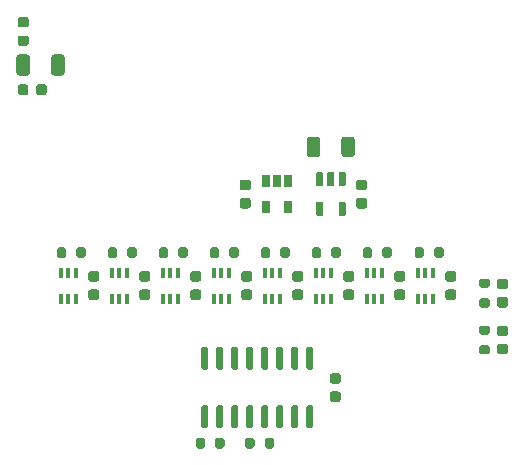
<source format=gbr>
%TF.GenerationSoftware,KiCad,Pcbnew,(5.1.10)-1*%
%TF.CreationDate,2022-11-08T16:30:58-06:00*%
%TF.ProjectId,curve_tracer,63757276-655f-4747-9261-6365722e6b69,B*%
%TF.SameCoordinates,Original*%
%TF.FileFunction,Paste,Top*%
%TF.FilePolarity,Positive*%
%FSLAX46Y46*%
G04 Gerber Fmt 4.6, Leading zero omitted, Abs format (unit mm)*
G04 Created by KiCad (PCBNEW (5.1.10)-1) date 2022-11-08 16:30:58*
%MOMM*%
%LPD*%
G01*
G04 APERTURE LIST*
%ADD10R,0.650000X1.060000*%
%ADD11R,0.355600X0.876300*%
G04 APERTURE END LIST*
D10*
%TO.C,U2*%
X152016500Y-103716000D03*
X150116500Y-103716000D03*
X150116500Y-101516000D03*
X151066500Y-101516000D03*
X152016500Y-101516000D03*
%TD*%
%TO.C,U1*%
G36*
G01*
X156382000Y-103266000D02*
X156795000Y-103266000D01*
G75*
G02*
X156883500Y-103354500I0J-88500D01*
G01*
X156883500Y-104387500D01*
G75*
G02*
X156795000Y-104476000I-88500J0D01*
G01*
X156382000Y-104476000D01*
G75*
G02*
X156293500Y-104387500I0J88500D01*
G01*
X156293500Y-103354500D01*
G75*
G02*
X156382000Y-103266000I88500J0D01*
G01*
G37*
G36*
G01*
X154482000Y-103266000D02*
X154895000Y-103266000D01*
G75*
G02*
X154983500Y-103354500I0J-88500D01*
G01*
X154983500Y-104387500D01*
G75*
G02*
X154895000Y-104476000I-88500J0D01*
G01*
X154482000Y-104476000D01*
G75*
G02*
X154393500Y-104387500I0J88500D01*
G01*
X154393500Y-103354500D01*
G75*
G02*
X154482000Y-103266000I88500J0D01*
G01*
G37*
G36*
G01*
X154482000Y-100756000D02*
X154895000Y-100756000D01*
G75*
G02*
X154983500Y-100844500I0J-88500D01*
G01*
X154983500Y-101877500D01*
G75*
G02*
X154895000Y-101966000I-88500J0D01*
G01*
X154482000Y-101966000D01*
G75*
G02*
X154393500Y-101877500I0J88500D01*
G01*
X154393500Y-100844500D01*
G75*
G02*
X154482000Y-100756000I88500J0D01*
G01*
G37*
G36*
G01*
X155432000Y-100756000D02*
X155845000Y-100756000D01*
G75*
G02*
X155933500Y-100844500I0J-88500D01*
G01*
X155933500Y-101877500D01*
G75*
G02*
X155845000Y-101966000I-88500J0D01*
G01*
X155432000Y-101966000D01*
G75*
G02*
X155343500Y-101877500I0J88500D01*
G01*
X155343500Y-100844500D01*
G75*
G02*
X155432000Y-100756000I88500J0D01*
G01*
G37*
G36*
G01*
X156382000Y-100756000D02*
X156795000Y-100756000D01*
G75*
G02*
X156883500Y-100844500I0J-88500D01*
G01*
X156883500Y-101877500D01*
G75*
G02*
X156795000Y-101966000I-88500J0D01*
G01*
X156382000Y-101966000D01*
G75*
G02*
X156293500Y-101877500I0J88500D01*
G01*
X156293500Y-100844500D01*
G75*
G02*
X156382000Y-100756000I88500J0D01*
G01*
G37*
%TD*%
%TO.C,R20*%
G36*
G01*
X168381000Y-111422001D02*
X168931000Y-111422001D01*
G75*
G02*
X169131000Y-111622001I0J-200000D01*
G01*
X169131000Y-112022001D01*
G75*
G02*
X168931000Y-112222001I-200000J0D01*
G01*
X168381000Y-112222001D01*
G75*
G02*
X168181000Y-112022001I0J200000D01*
G01*
X168181000Y-111622001D01*
G75*
G02*
X168381000Y-111422001I200000J0D01*
G01*
G37*
G36*
G01*
X168381000Y-109772001D02*
X168931000Y-109772001D01*
G75*
G02*
X169131000Y-109972001I0J-200000D01*
G01*
X169131000Y-110372001D01*
G75*
G02*
X168931000Y-110572001I-200000J0D01*
G01*
X168381000Y-110572001D01*
G75*
G02*
X168181000Y-110372001I0J200000D01*
G01*
X168181000Y-109972001D01*
G75*
G02*
X168381000Y-109772001I200000J0D01*
G01*
G37*
%TD*%
%TO.C,R19*%
G36*
G01*
X168931000Y-114541999D02*
X168381000Y-114541999D01*
G75*
G02*
X168181000Y-114341999I0J200000D01*
G01*
X168181000Y-113941999D01*
G75*
G02*
X168381000Y-113741999I200000J0D01*
G01*
X168931000Y-113741999D01*
G75*
G02*
X169131000Y-113941999I0J-200000D01*
G01*
X169131000Y-114341999D01*
G75*
G02*
X168931000Y-114541999I-200000J0D01*
G01*
G37*
G36*
G01*
X168931000Y-116191999D02*
X168381000Y-116191999D01*
G75*
G02*
X168181000Y-115991999I0J200000D01*
G01*
X168181000Y-115591999D01*
G75*
G02*
X168381000Y-115391999I200000J0D01*
G01*
X168931000Y-115391999D01*
G75*
G02*
X169131000Y-115591999I0J-200000D01*
G01*
X169131000Y-115991999D01*
G75*
G02*
X168931000Y-116191999I-200000J0D01*
G01*
G37*
%TD*%
%TO.C,R1*%
G36*
G01*
X156538500Y-99240501D02*
X156538500Y-97990499D01*
G75*
G02*
X156788499Y-97740500I249999J0D01*
G01*
X157413501Y-97740500D01*
G75*
G02*
X157663500Y-97990499I0J-249999D01*
G01*
X157663500Y-99240501D01*
G75*
G02*
X157413501Y-99490500I-249999J0D01*
G01*
X156788499Y-99490500D01*
G75*
G02*
X156538500Y-99240501I0J249999D01*
G01*
G37*
G36*
G01*
X153613500Y-99240501D02*
X153613500Y-97990499D01*
G75*
G02*
X153863499Y-97740500I249999J0D01*
G01*
X154488501Y-97740500D01*
G75*
G02*
X154738500Y-97990499I0J-249999D01*
G01*
X154738500Y-99240501D01*
G75*
G02*
X154488501Y-99490500I-249999J0D01*
G01*
X153863499Y-99490500D01*
G75*
G02*
X153613500Y-99240501I0J249999D01*
G01*
G37*
%TD*%
%TO.C,FB1*%
G36*
G01*
X129347250Y-89186500D02*
X129859750Y-89186500D01*
G75*
G02*
X130078500Y-89405250I0J-218750D01*
G01*
X130078500Y-89842750D01*
G75*
G02*
X129859750Y-90061500I-218750J0D01*
G01*
X129347250Y-90061500D01*
G75*
G02*
X129128500Y-89842750I0J218750D01*
G01*
X129128500Y-89405250D01*
G75*
G02*
X129347250Y-89186500I218750J0D01*
G01*
G37*
G36*
G01*
X129347250Y-87611500D02*
X129859750Y-87611500D01*
G75*
G02*
X130078500Y-87830250I0J-218750D01*
G01*
X130078500Y-88267750D01*
G75*
G02*
X129859750Y-88486500I-218750J0D01*
G01*
X129347250Y-88486500D01*
G75*
G02*
X129128500Y-88267750I0J218750D01*
G01*
X129128500Y-87830250D01*
G75*
G02*
X129347250Y-87611500I218750J0D01*
G01*
G37*
%TD*%
%TO.C,C18*%
G36*
G01*
X170430000Y-110672001D02*
X169930000Y-110672001D01*
G75*
G02*
X169705000Y-110447001I0J225000D01*
G01*
X169705000Y-109997001D01*
G75*
G02*
X169930000Y-109772001I225000J0D01*
G01*
X170430000Y-109772001D01*
G75*
G02*
X170655000Y-109997001I0J-225000D01*
G01*
X170655000Y-110447001D01*
G75*
G02*
X170430000Y-110672001I-225000J0D01*
G01*
G37*
G36*
G01*
X170430000Y-112222001D02*
X169930000Y-112222001D01*
G75*
G02*
X169705000Y-111997001I0J225000D01*
G01*
X169705000Y-111547001D01*
G75*
G02*
X169930000Y-111322001I225000J0D01*
G01*
X170430000Y-111322001D01*
G75*
G02*
X170655000Y-111547001I0J-225000D01*
G01*
X170655000Y-111997001D01*
G75*
G02*
X170430000Y-112222001I-225000J0D01*
G01*
G37*
%TD*%
%TO.C,C17*%
G36*
G01*
X169930000Y-115291999D02*
X170430000Y-115291999D01*
G75*
G02*
X170655000Y-115516999I0J-225000D01*
G01*
X170655000Y-115966999D01*
G75*
G02*
X170430000Y-116191999I-225000J0D01*
G01*
X169930000Y-116191999D01*
G75*
G02*
X169705000Y-115966999I0J225000D01*
G01*
X169705000Y-115516999D01*
G75*
G02*
X169930000Y-115291999I225000J0D01*
G01*
G37*
G36*
G01*
X169930000Y-113741999D02*
X170430000Y-113741999D01*
G75*
G02*
X170655000Y-113966999I0J-225000D01*
G01*
X170655000Y-114416999D01*
G75*
G02*
X170430000Y-114641999I-225000J0D01*
G01*
X169930000Y-114641999D01*
G75*
G02*
X169705000Y-114416999I0J225000D01*
G01*
X169705000Y-113966999D01*
G75*
G02*
X169930000Y-113741999I225000J0D01*
G01*
G37*
%TD*%
%TO.C,C16*%
G36*
G01*
X158492000Y-102291000D02*
X157992000Y-102291000D01*
G75*
G02*
X157767000Y-102066000I0J225000D01*
G01*
X157767000Y-101616000D01*
G75*
G02*
X157992000Y-101391000I225000J0D01*
G01*
X158492000Y-101391000D01*
G75*
G02*
X158717000Y-101616000I0J-225000D01*
G01*
X158717000Y-102066000D01*
G75*
G02*
X158492000Y-102291000I-225000J0D01*
G01*
G37*
G36*
G01*
X158492000Y-103841000D02*
X157992000Y-103841000D01*
G75*
G02*
X157767000Y-103616000I0J225000D01*
G01*
X157767000Y-103166000D01*
G75*
G02*
X157992000Y-102941000I225000J0D01*
G01*
X158492000Y-102941000D01*
G75*
G02*
X158717000Y-103166000I0J-225000D01*
G01*
X158717000Y-103616000D01*
G75*
G02*
X158492000Y-103841000I-225000J0D01*
G01*
G37*
%TD*%
%TO.C,C15*%
G36*
G01*
X148149500Y-102941000D02*
X148649500Y-102941000D01*
G75*
G02*
X148874500Y-103166000I0J-225000D01*
G01*
X148874500Y-103616000D01*
G75*
G02*
X148649500Y-103841000I-225000J0D01*
G01*
X148149500Y-103841000D01*
G75*
G02*
X147924500Y-103616000I0J225000D01*
G01*
X147924500Y-103166000D01*
G75*
G02*
X148149500Y-102941000I225000J0D01*
G01*
G37*
G36*
G01*
X148149500Y-101391000D02*
X148649500Y-101391000D01*
G75*
G02*
X148874500Y-101616000I0J-225000D01*
G01*
X148874500Y-102066000D01*
G75*
G02*
X148649500Y-102291000I-225000J0D01*
G01*
X148149500Y-102291000D01*
G75*
G02*
X147924500Y-102066000I0J225000D01*
G01*
X147924500Y-101616000D01*
G75*
G02*
X148149500Y-101391000I225000J0D01*
G01*
G37*
%TD*%
%TO.C,C4*%
G36*
G01*
X131964000Y-92344001D02*
X131964000Y-91043999D01*
G75*
G02*
X132213999Y-90794000I249999J0D01*
G01*
X132864001Y-90794000D01*
G75*
G02*
X133114000Y-91043999I0J-249999D01*
G01*
X133114000Y-92344001D01*
G75*
G02*
X132864001Y-92594000I-249999J0D01*
G01*
X132213999Y-92594000D01*
G75*
G02*
X131964000Y-92344001I0J249999D01*
G01*
G37*
G36*
G01*
X129014000Y-92344001D02*
X129014000Y-91043999D01*
G75*
G02*
X129263999Y-90794000I249999J0D01*
G01*
X129914001Y-90794000D01*
G75*
G02*
X130164000Y-91043999I0J-249999D01*
G01*
X130164000Y-92344001D01*
G75*
G02*
X129914001Y-92594000I-249999J0D01*
G01*
X129263999Y-92594000D01*
G75*
G02*
X129014000Y-92344001I0J249999D01*
G01*
G37*
%TD*%
%TO.C,C3*%
G36*
G01*
X130690500Y-94039500D02*
X130690500Y-93539500D01*
G75*
G02*
X130915500Y-93314500I225000J0D01*
G01*
X131365500Y-93314500D01*
G75*
G02*
X131590500Y-93539500I0J-225000D01*
G01*
X131590500Y-94039500D01*
G75*
G02*
X131365500Y-94264500I-225000J0D01*
G01*
X130915500Y-94264500D01*
G75*
G02*
X130690500Y-94039500I0J225000D01*
G01*
G37*
G36*
G01*
X129140500Y-94039500D02*
X129140500Y-93539500D01*
G75*
G02*
X129365500Y-93314500I225000J0D01*
G01*
X129815500Y-93314500D01*
G75*
G02*
X130040500Y-93539500I0J-225000D01*
G01*
X130040500Y-94039500D01*
G75*
G02*
X129815500Y-94264500I-225000J0D01*
G01*
X129365500Y-94264500D01*
G75*
G02*
X129140500Y-94039500I0J225000D01*
G01*
G37*
%TD*%
D11*
%TO.C,U13*%
X134063499Y-109251750D03*
X133413500Y-109251750D03*
X132763501Y-109251750D03*
X132763501Y-111474250D03*
X133413500Y-111474250D03*
X134063499Y-111474250D03*
%TD*%
%TO.C,U12*%
X138381499Y-109251750D03*
X137731500Y-109251750D03*
X137081501Y-109251750D03*
X137081501Y-111474250D03*
X137731500Y-111474250D03*
X138381499Y-111474250D03*
%TD*%
%TO.C,U11*%
X142699499Y-109251750D03*
X142049500Y-109251750D03*
X141399501Y-109251750D03*
X141399501Y-111474250D03*
X142049500Y-111474250D03*
X142699499Y-111474250D03*
%TD*%
%TO.C,U10*%
X147017499Y-109251750D03*
X146367500Y-109251750D03*
X145717501Y-109251750D03*
X145717501Y-111474250D03*
X146367500Y-111474250D03*
X147017499Y-111474250D03*
%TD*%
%TO.C,U9*%
X151335499Y-109251750D03*
X150685500Y-109251750D03*
X150035501Y-109251750D03*
X150035501Y-111474250D03*
X150685500Y-111474250D03*
X151335499Y-111474250D03*
%TD*%
%TO.C,U8*%
X155653499Y-109251750D03*
X155003500Y-109251750D03*
X154353501Y-109251750D03*
X154353501Y-111474250D03*
X155003500Y-111474250D03*
X155653499Y-111474250D03*
%TD*%
%TO.C,U7*%
X159971499Y-109251750D03*
X159321500Y-109251750D03*
X158671501Y-109251750D03*
X158671501Y-111474250D03*
X159321500Y-111474250D03*
X159971499Y-111474250D03*
%TD*%
%TO.C,U6*%
X164289499Y-109251750D03*
X163639500Y-109251750D03*
X162989501Y-109251750D03*
X162989501Y-111474250D03*
X163639500Y-111474250D03*
X164289499Y-111474250D03*
%TD*%
%TO.C,U5*%
G36*
G01*
X153710500Y-120499000D02*
X154010500Y-120499000D01*
G75*
G02*
X154160500Y-120649000I0J-150000D01*
G01*
X154160500Y-122299000D01*
G75*
G02*
X154010500Y-122449000I-150000J0D01*
G01*
X153710500Y-122449000D01*
G75*
G02*
X153560500Y-122299000I0J150000D01*
G01*
X153560500Y-120649000D01*
G75*
G02*
X153710500Y-120499000I150000J0D01*
G01*
G37*
G36*
G01*
X152440500Y-120499000D02*
X152740500Y-120499000D01*
G75*
G02*
X152890500Y-120649000I0J-150000D01*
G01*
X152890500Y-122299000D01*
G75*
G02*
X152740500Y-122449000I-150000J0D01*
G01*
X152440500Y-122449000D01*
G75*
G02*
X152290500Y-122299000I0J150000D01*
G01*
X152290500Y-120649000D01*
G75*
G02*
X152440500Y-120499000I150000J0D01*
G01*
G37*
G36*
G01*
X151170500Y-120499000D02*
X151470500Y-120499000D01*
G75*
G02*
X151620500Y-120649000I0J-150000D01*
G01*
X151620500Y-122299000D01*
G75*
G02*
X151470500Y-122449000I-150000J0D01*
G01*
X151170500Y-122449000D01*
G75*
G02*
X151020500Y-122299000I0J150000D01*
G01*
X151020500Y-120649000D01*
G75*
G02*
X151170500Y-120499000I150000J0D01*
G01*
G37*
G36*
G01*
X149900500Y-120499000D02*
X150200500Y-120499000D01*
G75*
G02*
X150350500Y-120649000I0J-150000D01*
G01*
X150350500Y-122299000D01*
G75*
G02*
X150200500Y-122449000I-150000J0D01*
G01*
X149900500Y-122449000D01*
G75*
G02*
X149750500Y-122299000I0J150000D01*
G01*
X149750500Y-120649000D01*
G75*
G02*
X149900500Y-120499000I150000J0D01*
G01*
G37*
G36*
G01*
X148630500Y-120499000D02*
X148930500Y-120499000D01*
G75*
G02*
X149080500Y-120649000I0J-150000D01*
G01*
X149080500Y-122299000D01*
G75*
G02*
X148930500Y-122449000I-150000J0D01*
G01*
X148630500Y-122449000D01*
G75*
G02*
X148480500Y-122299000I0J150000D01*
G01*
X148480500Y-120649000D01*
G75*
G02*
X148630500Y-120499000I150000J0D01*
G01*
G37*
G36*
G01*
X147360500Y-120499000D02*
X147660500Y-120499000D01*
G75*
G02*
X147810500Y-120649000I0J-150000D01*
G01*
X147810500Y-122299000D01*
G75*
G02*
X147660500Y-122449000I-150000J0D01*
G01*
X147360500Y-122449000D01*
G75*
G02*
X147210500Y-122299000I0J150000D01*
G01*
X147210500Y-120649000D01*
G75*
G02*
X147360500Y-120499000I150000J0D01*
G01*
G37*
G36*
G01*
X146090500Y-120499000D02*
X146390500Y-120499000D01*
G75*
G02*
X146540500Y-120649000I0J-150000D01*
G01*
X146540500Y-122299000D01*
G75*
G02*
X146390500Y-122449000I-150000J0D01*
G01*
X146090500Y-122449000D01*
G75*
G02*
X145940500Y-122299000I0J150000D01*
G01*
X145940500Y-120649000D01*
G75*
G02*
X146090500Y-120499000I150000J0D01*
G01*
G37*
G36*
G01*
X144820500Y-120499000D02*
X145120500Y-120499000D01*
G75*
G02*
X145270500Y-120649000I0J-150000D01*
G01*
X145270500Y-122299000D01*
G75*
G02*
X145120500Y-122449000I-150000J0D01*
G01*
X144820500Y-122449000D01*
G75*
G02*
X144670500Y-122299000I0J150000D01*
G01*
X144670500Y-120649000D01*
G75*
G02*
X144820500Y-120499000I150000J0D01*
G01*
G37*
G36*
G01*
X144820500Y-115549000D02*
X145120500Y-115549000D01*
G75*
G02*
X145270500Y-115699000I0J-150000D01*
G01*
X145270500Y-117349000D01*
G75*
G02*
X145120500Y-117499000I-150000J0D01*
G01*
X144820500Y-117499000D01*
G75*
G02*
X144670500Y-117349000I0J150000D01*
G01*
X144670500Y-115699000D01*
G75*
G02*
X144820500Y-115549000I150000J0D01*
G01*
G37*
G36*
G01*
X146090500Y-115549000D02*
X146390500Y-115549000D01*
G75*
G02*
X146540500Y-115699000I0J-150000D01*
G01*
X146540500Y-117349000D01*
G75*
G02*
X146390500Y-117499000I-150000J0D01*
G01*
X146090500Y-117499000D01*
G75*
G02*
X145940500Y-117349000I0J150000D01*
G01*
X145940500Y-115699000D01*
G75*
G02*
X146090500Y-115549000I150000J0D01*
G01*
G37*
G36*
G01*
X147360500Y-115549000D02*
X147660500Y-115549000D01*
G75*
G02*
X147810500Y-115699000I0J-150000D01*
G01*
X147810500Y-117349000D01*
G75*
G02*
X147660500Y-117499000I-150000J0D01*
G01*
X147360500Y-117499000D01*
G75*
G02*
X147210500Y-117349000I0J150000D01*
G01*
X147210500Y-115699000D01*
G75*
G02*
X147360500Y-115549000I150000J0D01*
G01*
G37*
G36*
G01*
X148630500Y-115549000D02*
X148930500Y-115549000D01*
G75*
G02*
X149080500Y-115699000I0J-150000D01*
G01*
X149080500Y-117349000D01*
G75*
G02*
X148930500Y-117499000I-150000J0D01*
G01*
X148630500Y-117499000D01*
G75*
G02*
X148480500Y-117349000I0J150000D01*
G01*
X148480500Y-115699000D01*
G75*
G02*
X148630500Y-115549000I150000J0D01*
G01*
G37*
G36*
G01*
X149900500Y-115549000D02*
X150200500Y-115549000D01*
G75*
G02*
X150350500Y-115699000I0J-150000D01*
G01*
X150350500Y-117349000D01*
G75*
G02*
X150200500Y-117499000I-150000J0D01*
G01*
X149900500Y-117499000D01*
G75*
G02*
X149750500Y-117349000I0J150000D01*
G01*
X149750500Y-115699000D01*
G75*
G02*
X149900500Y-115549000I150000J0D01*
G01*
G37*
G36*
G01*
X151170500Y-115549000D02*
X151470500Y-115549000D01*
G75*
G02*
X151620500Y-115699000I0J-150000D01*
G01*
X151620500Y-117349000D01*
G75*
G02*
X151470500Y-117499000I-150000J0D01*
G01*
X151170500Y-117499000D01*
G75*
G02*
X151020500Y-117349000I0J150000D01*
G01*
X151020500Y-115699000D01*
G75*
G02*
X151170500Y-115549000I150000J0D01*
G01*
G37*
G36*
G01*
X152440500Y-115549000D02*
X152740500Y-115549000D01*
G75*
G02*
X152890500Y-115699000I0J-150000D01*
G01*
X152890500Y-117349000D01*
G75*
G02*
X152740500Y-117499000I-150000J0D01*
G01*
X152440500Y-117499000D01*
G75*
G02*
X152290500Y-117349000I0J150000D01*
G01*
X152290500Y-115699000D01*
G75*
G02*
X152440500Y-115549000I150000J0D01*
G01*
G37*
G36*
G01*
X153710500Y-115549000D02*
X154010500Y-115549000D01*
G75*
G02*
X154160500Y-115699000I0J-150000D01*
G01*
X154160500Y-117349000D01*
G75*
G02*
X154010500Y-117499000I-150000J0D01*
G01*
X153710500Y-117499000D01*
G75*
G02*
X153560500Y-117349000I0J150000D01*
G01*
X153560500Y-115699000D01*
G75*
G02*
X153710500Y-115549000I150000J0D01*
G01*
G37*
%TD*%
%TO.C,R18*%
G36*
G01*
X134092500Y-107844000D02*
X134092500Y-107294000D01*
G75*
G02*
X134292500Y-107094000I200000J0D01*
G01*
X134692500Y-107094000D01*
G75*
G02*
X134892500Y-107294000I0J-200000D01*
G01*
X134892500Y-107844000D01*
G75*
G02*
X134692500Y-108044000I-200000J0D01*
G01*
X134292500Y-108044000D01*
G75*
G02*
X134092500Y-107844000I0J200000D01*
G01*
G37*
G36*
G01*
X132442500Y-107844000D02*
X132442500Y-107294000D01*
G75*
G02*
X132642500Y-107094000I200000J0D01*
G01*
X133042500Y-107094000D01*
G75*
G02*
X133242500Y-107294000I0J-200000D01*
G01*
X133242500Y-107844000D01*
G75*
G02*
X133042500Y-108044000I-200000J0D01*
G01*
X132642500Y-108044000D01*
G75*
G02*
X132442500Y-107844000I0J200000D01*
G01*
G37*
%TD*%
%TO.C,R17*%
G36*
G01*
X138410500Y-107844000D02*
X138410500Y-107294000D01*
G75*
G02*
X138610500Y-107094000I200000J0D01*
G01*
X139010500Y-107094000D01*
G75*
G02*
X139210500Y-107294000I0J-200000D01*
G01*
X139210500Y-107844000D01*
G75*
G02*
X139010500Y-108044000I-200000J0D01*
G01*
X138610500Y-108044000D01*
G75*
G02*
X138410500Y-107844000I0J200000D01*
G01*
G37*
G36*
G01*
X136760500Y-107844000D02*
X136760500Y-107294000D01*
G75*
G02*
X136960500Y-107094000I200000J0D01*
G01*
X137360500Y-107094000D01*
G75*
G02*
X137560500Y-107294000I0J-200000D01*
G01*
X137560500Y-107844000D01*
G75*
G02*
X137360500Y-108044000I-200000J0D01*
G01*
X136960500Y-108044000D01*
G75*
G02*
X136760500Y-107844000I0J200000D01*
G01*
G37*
%TD*%
%TO.C,R16*%
G36*
G01*
X142728500Y-107844000D02*
X142728500Y-107294000D01*
G75*
G02*
X142928500Y-107094000I200000J0D01*
G01*
X143328500Y-107094000D01*
G75*
G02*
X143528500Y-107294000I0J-200000D01*
G01*
X143528500Y-107844000D01*
G75*
G02*
X143328500Y-108044000I-200000J0D01*
G01*
X142928500Y-108044000D01*
G75*
G02*
X142728500Y-107844000I0J200000D01*
G01*
G37*
G36*
G01*
X141078500Y-107844000D02*
X141078500Y-107294000D01*
G75*
G02*
X141278500Y-107094000I200000J0D01*
G01*
X141678500Y-107094000D01*
G75*
G02*
X141878500Y-107294000I0J-200000D01*
G01*
X141878500Y-107844000D01*
G75*
G02*
X141678500Y-108044000I-200000J0D01*
G01*
X141278500Y-108044000D01*
G75*
G02*
X141078500Y-107844000I0J200000D01*
G01*
G37*
%TD*%
%TO.C,R15*%
G36*
G01*
X147046500Y-107844000D02*
X147046500Y-107294000D01*
G75*
G02*
X147246500Y-107094000I200000J0D01*
G01*
X147646500Y-107094000D01*
G75*
G02*
X147846500Y-107294000I0J-200000D01*
G01*
X147846500Y-107844000D01*
G75*
G02*
X147646500Y-108044000I-200000J0D01*
G01*
X147246500Y-108044000D01*
G75*
G02*
X147046500Y-107844000I0J200000D01*
G01*
G37*
G36*
G01*
X145396500Y-107844000D02*
X145396500Y-107294000D01*
G75*
G02*
X145596500Y-107094000I200000J0D01*
G01*
X145996500Y-107094000D01*
G75*
G02*
X146196500Y-107294000I0J-200000D01*
G01*
X146196500Y-107844000D01*
G75*
G02*
X145996500Y-108044000I-200000J0D01*
G01*
X145596500Y-108044000D01*
G75*
G02*
X145396500Y-107844000I0J200000D01*
G01*
G37*
%TD*%
%TO.C,R14*%
G36*
G01*
X151364500Y-107844000D02*
X151364500Y-107294000D01*
G75*
G02*
X151564500Y-107094000I200000J0D01*
G01*
X151964500Y-107094000D01*
G75*
G02*
X152164500Y-107294000I0J-200000D01*
G01*
X152164500Y-107844000D01*
G75*
G02*
X151964500Y-108044000I-200000J0D01*
G01*
X151564500Y-108044000D01*
G75*
G02*
X151364500Y-107844000I0J200000D01*
G01*
G37*
G36*
G01*
X149714500Y-107844000D02*
X149714500Y-107294000D01*
G75*
G02*
X149914500Y-107094000I200000J0D01*
G01*
X150314500Y-107094000D01*
G75*
G02*
X150514500Y-107294000I0J-200000D01*
G01*
X150514500Y-107844000D01*
G75*
G02*
X150314500Y-108044000I-200000J0D01*
G01*
X149914500Y-108044000D01*
G75*
G02*
X149714500Y-107844000I0J200000D01*
G01*
G37*
%TD*%
%TO.C,R13*%
G36*
G01*
X155682500Y-107844000D02*
X155682500Y-107294000D01*
G75*
G02*
X155882500Y-107094000I200000J0D01*
G01*
X156282500Y-107094000D01*
G75*
G02*
X156482500Y-107294000I0J-200000D01*
G01*
X156482500Y-107844000D01*
G75*
G02*
X156282500Y-108044000I-200000J0D01*
G01*
X155882500Y-108044000D01*
G75*
G02*
X155682500Y-107844000I0J200000D01*
G01*
G37*
G36*
G01*
X154032500Y-107844000D02*
X154032500Y-107294000D01*
G75*
G02*
X154232500Y-107094000I200000J0D01*
G01*
X154632500Y-107094000D01*
G75*
G02*
X154832500Y-107294000I0J-200000D01*
G01*
X154832500Y-107844000D01*
G75*
G02*
X154632500Y-108044000I-200000J0D01*
G01*
X154232500Y-108044000D01*
G75*
G02*
X154032500Y-107844000I0J200000D01*
G01*
G37*
%TD*%
%TO.C,R12*%
G36*
G01*
X160000500Y-107844000D02*
X160000500Y-107294000D01*
G75*
G02*
X160200500Y-107094000I200000J0D01*
G01*
X160600500Y-107094000D01*
G75*
G02*
X160800500Y-107294000I0J-200000D01*
G01*
X160800500Y-107844000D01*
G75*
G02*
X160600500Y-108044000I-200000J0D01*
G01*
X160200500Y-108044000D01*
G75*
G02*
X160000500Y-107844000I0J200000D01*
G01*
G37*
G36*
G01*
X158350500Y-107844000D02*
X158350500Y-107294000D01*
G75*
G02*
X158550500Y-107094000I200000J0D01*
G01*
X158950500Y-107094000D01*
G75*
G02*
X159150500Y-107294000I0J-200000D01*
G01*
X159150500Y-107844000D01*
G75*
G02*
X158950500Y-108044000I-200000J0D01*
G01*
X158550500Y-108044000D01*
G75*
G02*
X158350500Y-107844000I0J200000D01*
G01*
G37*
%TD*%
%TO.C,R11*%
G36*
G01*
X164381500Y-107844000D02*
X164381500Y-107294000D01*
G75*
G02*
X164581500Y-107094000I200000J0D01*
G01*
X164981500Y-107094000D01*
G75*
G02*
X165181500Y-107294000I0J-200000D01*
G01*
X165181500Y-107844000D01*
G75*
G02*
X164981500Y-108044000I-200000J0D01*
G01*
X164581500Y-108044000D01*
G75*
G02*
X164381500Y-107844000I0J200000D01*
G01*
G37*
G36*
G01*
X162731500Y-107844000D02*
X162731500Y-107294000D01*
G75*
G02*
X162931500Y-107094000I200000J0D01*
G01*
X163331500Y-107094000D01*
G75*
G02*
X163531500Y-107294000I0J-200000D01*
G01*
X163531500Y-107844000D01*
G75*
G02*
X163331500Y-108044000I-200000J0D01*
G01*
X162931500Y-108044000D01*
G75*
G02*
X162731500Y-107844000I0J200000D01*
G01*
G37*
%TD*%
%TO.C,R5*%
G36*
G01*
X144990000Y-123423000D02*
X144990000Y-123973000D01*
G75*
G02*
X144790000Y-124173000I-200000J0D01*
G01*
X144390000Y-124173000D01*
G75*
G02*
X144190000Y-123973000I0J200000D01*
G01*
X144190000Y-123423000D01*
G75*
G02*
X144390000Y-123223000I200000J0D01*
G01*
X144790000Y-123223000D01*
G75*
G02*
X144990000Y-123423000I0J-200000D01*
G01*
G37*
G36*
G01*
X146640000Y-123423000D02*
X146640000Y-123973000D01*
G75*
G02*
X146440000Y-124173000I-200000J0D01*
G01*
X146040000Y-124173000D01*
G75*
G02*
X145840000Y-123973000I0J200000D01*
G01*
X145840000Y-123423000D01*
G75*
G02*
X146040000Y-123223000I200000J0D01*
G01*
X146440000Y-123223000D01*
G75*
G02*
X146640000Y-123423000I0J-200000D01*
G01*
G37*
%TD*%
%TO.C,R3*%
G36*
G01*
X150031000Y-123973000D02*
X150031000Y-123423000D01*
G75*
G02*
X150231000Y-123223000I200000J0D01*
G01*
X150631000Y-123223000D01*
G75*
G02*
X150831000Y-123423000I0J-200000D01*
G01*
X150831000Y-123973000D01*
G75*
G02*
X150631000Y-124173000I-200000J0D01*
G01*
X150231000Y-124173000D01*
G75*
G02*
X150031000Y-123973000I0J200000D01*
G01*
G37*
G36*
G01*
X148381000Y-123973000D02*
X148381000Y-123423000D01*
G75*
G02*
X148581000Y-123223000I200000J0D01*
G01*
X148981000Y-123223000D01*
G75*
G02*
X149181000Y-123423000I0J-200000D01*
G01*
X149181000Y-123973000D01*
G75*
G02*
X148981000Y-124173000I-200000J0D01*
G01*
X148581000Y-124173000D01*
G75*
G02*
X148381000Y-123973000I0J200000D01*
G01*
G37*
%TD*%
%TO.C,C14*%
G36*
G01*
X156269500Y-118674000D02*
X155769500Y-118674000D01*
G75*
G02*
X155544500Y-118449000I0J225000D01*
G01*
X155544500Y-117999000D01*
G75*
G02*
X155769500Y-117774000I225000J0D01*
G01*
X156269500Y-117774000D01*
G75*
G02*
X156494500Y-117999000I0J-225000D01*
G01*
X156494500Y-118449000D01*
G75*
G02*
X156269500Y-118674000I-225000J0D01*
G01*
G37*
G36*
G01*
X156269500Y-120224000D02*
X155769500Y-120224000D01*
G75*
G02*
X155544500Y-119999000I0J225000D01*
G01*
X155544500Y-119549000D01*
G75*
G02*
X155769500Y-119324000I225000J0D01*
G01*
X156269500Y-119324000D01*
G75*
G02*
X156494500Y-119549000I0J-225000D01*
G01*
X156494500Y-119999000D01*
G75*
G02*
X156269500Y-120224000I-225000J0D01*
G01*
G37*
%TD*%
%TO.C,C12*%
G36*
G01*
X140140500Y-110038000D02*
X139640500Y-110038000D01*
G75*
G02*
X139415500Y-109813000I0J225000D01*
G01*
X139415500Y-109363000D01*
G75*
G02*
X139640500Y-109138000I225000J0D01*
G01*
X140140500Y-109138000D01*
G75*
G02*
X140365500Y-109363000I0J-225000D01*
G01*
X140365500Y-109813000D01*
G75*
G02*
X140140500Y-110038000I-225000J0D01*
G01*
G37*
G36*
G01*
X140140500Y-111588000D02*
X139640500Y-111588000D01*
G75*
G02*
X139415500Y-111363000I0J225000D01*
G01*
X139415500Y-110913000D01*
G75*
G02*
X139640500Y-110688000I225000J0D01*
G01*
X140140500Y-110688000D01*
G75*
G02*
X140365500Y-110913000I0J-225000D01*
G01*
X140365500Y-111363000D01*
G75*
G02*
X140140500Y-111588000I-225000J0D01*
G01*
G37*
%TD*%
%TO.C,C11*%
G36*
G01*
X135822500Y-110038000D02*
X135322500Y-110038000D01*
G75*
G02*
X135097500Y-109813000I0J225000D01*
G01*
X135097500Y-109363000D01*
G75*
G02*
X135322500Y-109138000I225000J0D01*
G01*
X135822500Y-109138000D01*
G75*
G02*
X136047500Y-109363000I0J-225000D01*
G01*
X136047500Y-109813000D01*
G75*
G02*
X135822500Y-110038000I-225000J0D01*
G01*
G37*
G36*
G01*
X135822500Y-111588000D02*
X135322500Y-111588000D01*
G75*
G02*
X135097500Y-111363000I0J225000D01*
G01*
X135097500Y-110913000D01*
G75*
G02*
X135322500Y-110688000I225000J0D01*
G01*
X135822500Y-110688000D01*
G75*
G02*
X136047500Y-110913000I0J-225000D01*
G01*
X136047500Y-111363000D01*
G75*
G02*
X135822500Y-111588000I-225000J0D01*
G01*
G37*
%TD*%
%TO.C,C10*%
G36*
G01*
X153094500Y-110038000D02*
X152594500Y-110038000D01*
G75*
G02*
X152369500Y-109813000I0J225000D01*
G01*
X152369500Y-109363000D01*
G75*
G02*
X152594500Y-109138000I225000J0D01*
G01*
X153094500Y-109138000D01*
G75*
G02*
X153319500Y-109363000I0J-225000D01*
G01*
X153319500Y-109813000D01*
G75*
G02*
X153094500Y-110038000I-225000J0D01*
G01*
G37*
G36*
G01*
X153094500Y-111588000D02*
X152594500Y-111588000D01*
G75*
G02*
X152369500Y-111363000I0J225000D01*
G01*
X152369500Y-110913000D01*
G75*
G02*
X152594500Y-110688000I225000J0D01*
G01*
X153094500Y-110688000D01*
G75*
G02*
X153319500Y-110913000I0J-225000D01*
G01*
X153319500Y-111363000D01*
G75*
G02*
X153094500Y-111588000I-225000J0D01*
G01*
G37*
%TD*%
%TO.C,C9*%
G36*
G01*
X148776500Y-110038000D02*
X148276500Y-110038000D01*
G75*
G02*
X148051500Y-109813000I0J225000D01*
G01*
X148051500Y-109363000D01*
G75*
G02*
X148276500Y-109138000I225000J0D01*
G01*
X148776500Y-109138000D01*
G75*
G02*
X149001500Y-109363000I0J-225000D01*
G01*
X149001500Y-109813000D01*
G75*
G02*
X148776500Y-110038000I-225000J0D01*
G01*
G37*
G36*
G01*
X148776500Y-111588000D02*
X148276500Y-111588000D01*
G75*
G02*
X148051500Y-111363000I0J225000D01*
G01*
X148051500Y-110913000D01*
G75*
G02*
X148276500Y-110688000I225000J0D01*
G01*
X148776500Y-110688000D01*
G75*
G02*
X149001500Y-110913000I0J-225000D01*
G01*
X149001500Y-111363000D01*
G75*
G02*
X148776500Y-111588000I-225000J0D01*
G01*
G37*
%TD*%
%TO.C,C8*%
G36*
G01*
X157412500Y-110038000D02*
X156912500Y-110038000D01*
G75*
G02*
X156687500Y-109813000I0J225000D01*
G01*
X156687500Y-109363000D01*
G75*
G02*
X156912500Y-109138000I225000J0D01*
G01*
X157412500Y-109138000D01*
G75*
G02*
X157637500Y-109363000I0J-225000D01*
G01*
X157637500Y-109813000D01*
G75*
G02*
X157412500Y-110038000I-225000J0D01*
G01*
G37*
G36*
G01*
X157412500Y-111588000D02*
X156912500Y-111588000D01*
G75*
G02*
X156687500Y-111363000I0J225000D01*
G01*
X156687500Y-110913000D01*
G75*
G02*
X156912500Y-110688000I225000J0D01*
G01*
X157412500Y-110688000D01*
G75*
G02*
X157637500Y-110913000I0J-225000D01*
G01*
X157637500Y-111363000D01*
G75*
G02*
X157412500Y-111588000I-225000J0D01*
G01*
G37*
%TD*%
%TO.C,C7*%
G36*
G01*
X161730500Y-110038000D02*
X161230500Y-110038000D01*
G75*
G02*
X161005500Y-109813000I0J225000D01*
G01*
X161005500Y-109363000D01*
G75*
G02*
X161230500Y-109138000I225000J0D01*
G01*
X161730500Y-109138000D01*
G75*
G02*
X161955500Y-109363000I0J-225000D01*
G01*
X161955500Y-109813000D01*
G75*
G02*
X161730500Y-110038000I-225000J0D01*
G01*
G37*
G36*
G01*
X161730500Y-111588000D02*
X161230500Y-111588000D01*
G75*
G02*
X161005500Y-111363000I0J225000D01*
G01*
X161005500Y-110913000D01*
G75*
G02*
X161230500Y-110688000I225000J0D01*
G01*
X161730500Y-110688000D01*
G75*
G02*
X161955500Y-110913000I0J-225000D01*
G01*
X161955500Y-111363000D01*
G75*
G02*
X161730500Y-111588000I-225000J0D01*
G01*
G37*
%TD*%
%TO.C,C6*%
G36*
G01*
X166048500Y-110038000D02*
X165548500Y-110038000D01*
G75*
G02*
X165323500Y-109813000I0J225000D01*
G01*
X165323500Y-109363000D01*
G75*
G02*
X165548500Y-109138000I225000J0D01*
G01*
X166048500Y-109138000D01*
G75*
G02*
X166273500Y-109363000I0J-225000D01*
G01*
X166273500Y-109813000D01*
G75*
G02*
X166048500Y-110038000I-225000J0D01*
G01*
G37*
G36*
G01*
X166048500Y-111588000D02*
X165548500Y-111588000D01*
G75*
G02*
X165323500Y-111363000I0J225000D01*
G01*
X165323500Y-110913000D01*
G75*
G02*
X165548500Y-110688000I225000J0D01*
G01*
X166048500Y-110688000D01*
G75*
G02*
X166273500Y-110913000I0J-225000D01*
G01*
X166273500Y-111363000D01*
G75*
G02*
X166048500Y-111588000I-225000J0D01*
G01*
G37*
%TD*%
%TO.C,C5*%
G36*
G01*
X144458500Y-110038000D02*
X143958500Y-110038000D01*
G75*
G02*
X143733500Y-109813000I0J225000D01*
G01*
X143733500Y-109363000D01*
G75*
G02*
X143958500Y-109138000I225000J0D01*
G01*
X144458500Y-109138000D01*
G75*
G02*
X144683500Y-109363000I0J-225000D01*
G01*
X144683500Y-109813000D01*
G75*
G02*
X144458500Y-110038000I-225000J0D01*
G01*
G37*
G36*
G01*
X144458500Y-111588000D02*
X143958500Y-111588000D01*
G75*
G02*
X143733500Y-111363000I0J225000D01*
G01*
X143733500Y-110913000D01*
G75*
G02*
X143958500Y-110688000I225000J0D01*
G01*
X144458500Y-110688000D01*
G75*
G02*
X144683500Y-110913000I0J-225000D01*
G01*
X144683500Y-111363000D01*
G75*
G02*
X144458500Y-111588000I-225000J0D01*
G01*
G37*
%TD*%
M02*

</source>
